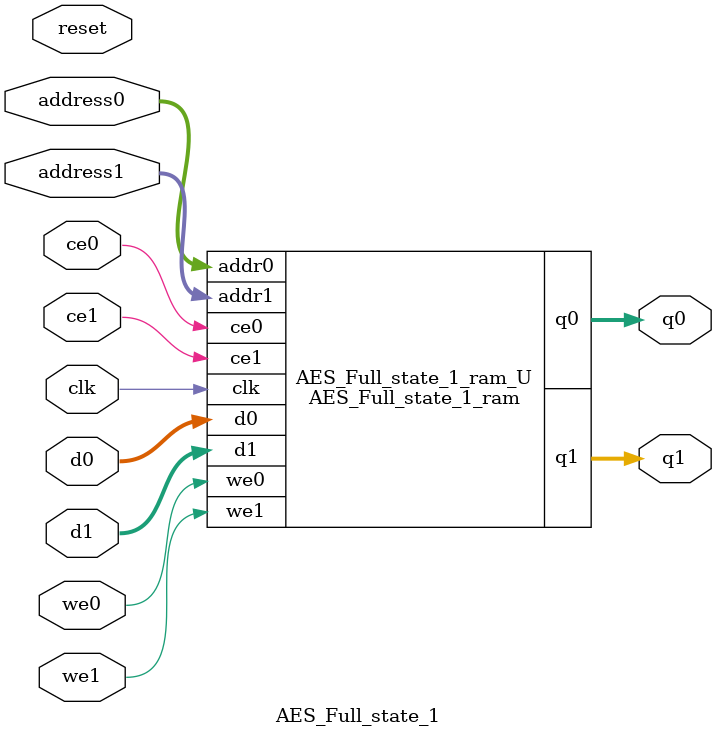
<source format=v>
`timescale 1 ns / 1 ps
module AES_Full_state_1_ram (addr0, ce0, d0, we0, q0, addr1, ce1, d1, we1, q1,  clk);

parameter DWIDTH = 8;
parameter AWIDTH = 4;
parameter MEM_SIZE = 16;

input[AWIDTH-1:0] addr0;
input ce0;
input[DWIDTH-1:0] d0;
input we0;
output reg[DWIDTH-1:0] q0;
input[AWIDTH-1:0] addr1;
input ce1;
input[DWIDTH-1:0] d1;
input we1;
output reg[DWIDTH-1:0] q1;
input clk;

(* ram_style = "block" *)reg [DWIDTH-1:0] ram[0:MEM_SIZE-1];




always @(posedge clk)  
begin 
    if (ce0) 
    begin
        if (we0) 
        begin 
            ram[addr0] <= d0; 
        end 
        q0 <= ram[addr0];
    end
end


always @(posedge clk)  
begin 
    if (ce1) 
    begin
        if (we1) 
        begin 
            ram[addr1] <= d1; 
        end 
        q1 <= ram[addr1];
    end
end


endmodule

`timescale 1 ns / 1 ps
module AES_Full_state_1(
    reset,
    clk,
    address0,
    ce0,
    we0,
    d0,
    q0,
    address1,
    ce1,
    we1,
    d1,
    q1);

parameter DataWidth = 32'd8;
parameter AddressRange = 32'd16;
parameter AddressWidth = 32'd4;
input reset;
input clk;
input[AddressWidth - 1:0] address0;
input ce0;
input we0;
input[DataWidth - 1:0] d0;
output[DataWidth - 1:0] q0;
input[AddressWidth - 1:0] address1;
input ce1;
input we1;
input[DataWidth - 1:0] d1;
output[DataWidth - 1:0] q1;



AES_Full_state_1_ram AES_Full_state_1_ram_U(
    .clk( clk ),
    .addr0( address0 ),
    .ce0( ce0 ),
    .we0( we0 ),
    .d0( d0 ),
    .q0( q0 ),
    .addr1( address1 ),
    .ce1( ce1 ),
    .we1( we1 ),
    .d1( d1 ),
    .q1( q1 ));

endmodule


</source>
